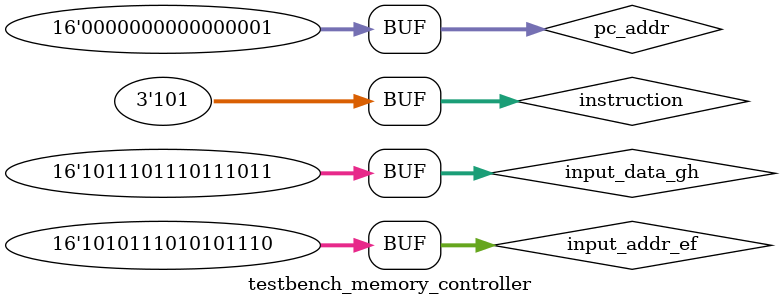
<source format=sv>
`include ".\\src\\memory_controller.sv"

module testbench_memory_controller;

    localparam WORD_SIZE = 16;
    localparam PERIOD = 5;

    typedef enum logic [2:0] {
        // load = load from memory into reg
        // store = store from reg into memory
        LOAD = 1, STORE = 2,
        LOADV = 3, STOREV = 4,
        PEEK = 5, OTHER = 'x
    } load_store_op_set;

    load_store_op_set instruction;

    reg [WORD_SIZE-1:0] pc_addr, input_addr_ef, input_data_gh;
    wire p_ram_rw, v_ram_rw;
    wire [WORD_SIZE-1:0] p_ram_addr, v_ram_addr, p_ram_data, v_ram_data;

    memory_controller # (
        .INPUT_ADDRESS_WIDTH(WORD_SIZE), .INPUT_DATA_WIDTH(WORD_SIZE)
    ) uut_memory_controller (
        .program_counter_address(pc_addr), .input_address(input_addr_ef),
        .input_data(input_data_gh), .microcode_control(instruction),
        .p_ram_rw(p_ram_rw), .v_ram_rw(v_ram_rw),
        .p_ram_address(p_ram_addr), .v_ram_address(v_ram_addr),
        .p_ram_data(p_ram_data), .v_ram_data(v_ram_data)
    );

    initial begin

        $monitor("(%g) operation: %s\npc: %h, input_addr: %h, input_data: %h\nprogram ram:\n\tr(0)w(1): %b\n\taddr: %h\n\tdata: %h\nvideo ram:\n\tr(0)w(1): %b\n\taddr: %h\n\tdata: %h",
        $time, instruction.name(), pc_addr, input_addr_ef, input_data_gh, p_ram_rw, p_ram_addr, p_ram_data, v_ram_rw, v_ram_addr, v_ram_data);

        instruction = OTHER;
        pc_addr = 'hFEEB;
        input_addr_ef = 'hF000;
        input_data_gh = 'h9999;
        #PERIOD;

        pc_addr = 'hBEEF; #PERIOD;

        instruction = LOAD; #PERIOD;
        instruction = OTHER; #PERIOD;
        instruction = STORE; #PERIOD;
        instruction = OTHER; pc_addr++; #PERIOD;

        instruction = LOADV; input_addr_ef = 'hEEEE; #PERIOD;
        instruction = STOREV; input_addr_ef = 'hAEAE; input_data_gh = 'hBBBB; #PERIOD;

        instruction = OTHER; #PERIOD;
        pc_addr = 'h0001; instruction = PEEK; #PERIOD;
        
    end



endmodule
</source>
